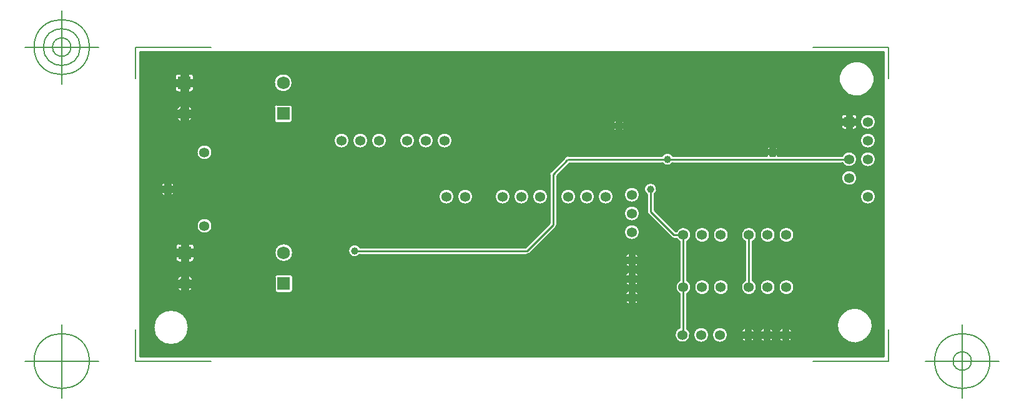
<source format=gbr>
G04 Generated by Ultiboard 14.0 *
%FSLAX34Y34*%
%MOMM*%

%ADD10C,0.0001*%
%ADD11C,0.2540*%
%ADD12C,0.1270*%
%ADD13C,1.0000*%
%ADD14C,1.3556*%
%ADD15R,1.3556X1.3556*%
%ADD16R,1.7526X1.7526*%
%ADD17C,1.7526*%


G04 ColorRGB 0000FF for the following layer *
%LNCopper Bottom*%
%LPD*%
G54D10*
G36*
X1012175Y1019799D02*
X1012175Y1019799D01*
X1012175Y605808D01*
X3828Y605808D01*
X3828Y1019799D01*
X1012175Y1019799D01*
D02*
G37*
%LPC*%
G36*
X954594Y931338D02*
X954594Y931338D01*
X954594Y928321D01*
X961439Y928321D01*
X961439Y935166D01*
X958422Y935166D01*
G75*
D01*
G03X954594Y931338I0J-3828*
G01*
D02*
G37*
G36*
X954594Y917782D02*
G75*
D01*
G03X958422Y913954I3828J0*
G01*
X958422Y913954D01*
X961439Y913954D01*
X961439Y920799D01*
X954594Y920799D01*
X954594Y917782D01*
D02*
G37*
G36*
X956172Y893629D02*
G75*
D01*
G03X956172Y893629I9028J5531*
G01*
D02*
G37*
G36*
X731134Y775995D02*
X731134Y775995D01*
X729824Y775995D01*
X716172Y789647D01*
X701065Y804754D01*
X701065Y825940D01*
G75*
D01*
G03X690855Y825940I-5105J7179*
G01*
X690855Y825940D01*
X690855Y802653D01*
G75*
D01*
G03X692351Y799031I5105J-11*
G01*
X692351Y799031D01*
X716172Y775209D01*
X724101Y767281D01*
G74*
D01*
G03X727603Y765787I3609J3608*
G01*
G75*
D01*
G03X727710Y765785I149J5102*
G01*
X727710Y765785D01*
X731134Y765785D01*
G74*
D01*
G03X735305Y761614I9275J5104*
G01*
X735305Y761614D01*
X735305Y709046D01*
G75*
D01*
G03X735305Y690494I5103J-9276*
G01*
X735305Y690494D01*
X735305Y644869D01*
G75*
D01*
G03X745515Y643454I3835J-9868*
G01*
X745515Y643454D01*
X745515Y690494D01*
G75*
D01*
G03X745515Y709046I-5103J9276*
G01*
X745515Y709046D01*
X745515Y761614D01*
G75*
D01*
G03X731134Y775995I-5107J9274*
G01*
D02*
G37*
G36*
X568985Y784860D02*
X568985Y784860D01*
X568985Y851326D01*
X586314Y868655D01*
X711640Y868655D01*
G75*
D01*
G03X726000Y868655I7180J5104*
G01*
X726000Y868655D01*
X955924Y868655D01*
G75*
D01*
G03X955924Y878865I9275J5105*
G01*
X955924Y878865D01*
X868275Y878865D01*
G74*
D01*
G03X869297Y880796I7215J5054*
G01*
X869297Y880796D01*
X864184Y880796D01*
X864184Y878865D01*
X857936Y878865D01*
X857936Y880796D01*
X852823Y880796D01*
G74*
D01*
G03X853845Y878865I8237J3123*
G01*
X853845Y878865D01*
X726000Y878865D01*
G75*
D01*
G03X711640Y878865I-7180J-5104*
G01*
X711640Y878865D01*
X584200Y878865D01*
G75*
D01*
G03X580012Y876678I1J-5105*
G01*
G74*
D01*
G03X579321Y876099I2920J4186*
G01*
X579321Y876099D01*
X560271Y857049D01*
G75*
D01*
G03X558775Y853432I3607J-3610*
G01*
X558775Y853432D01*
X558775Y786974D01*
X526206Y754405D01*
X301820Y754405D01*
G75*
D01*
G03X301820Y744195I-7179J-5105*
G01*
X301820Y744195D01*
X528320Y744195D01*
G74*
D01*
G03X531935Y745697I2J5105*
G01*
X531935Y745697D01*
X567483Y781245D01*
G75*
D01*
G03X568985Y784860I-3601J3616*
G01*
D02*
G37*
G36*
X962390Y838152D02*
G75*
D01*
G03X962390Y838152I2810J10208*
G01*
D02*
G37*
G36*
X993410Y838152D02*
G75*
D01*
G03X993410Y838152I-2810J10208*
G01*
D02*
G37*
G36*
X956172Y968883D02*
G75*
D01*
G03X956172Y968883I19188J14097*
G01*
D02*
G37*
G36*
X956172Y630678D02*
G75*
D01*
G03X956172Y630678I16648J17022*
G01*
D02*
G37*
G36*
X956172Y817429D02*
G75*
D01*
G03X956172Y817429I9028J5531*
G01*
D02*
G37*
G36*
X50940Y836875D02*
G74*
D01*
G03X44795Y843020I9900J3755*
G01*
X44795Y843020D01*
X44795Y836875D01*
X50940Y836875D01*
D02*
G37*
G36*
X31140Y836875D02*
X31140Y836875D01*
X37285Y836875D01*
X37285Y843020D01*
G74*
D01*
G03X31140Y836875I3755J9900*
G01*
D02*
G37*
G36*
X484712Y822960D02*
G75*
D01*
G03X484712Y822960I10588J0*
G01*
D02*
G37*
G36*
X510112Y822960D02*
G75*
D01*
G03X510112Y822960I10588J0*
G01*
D02*
G37*
G36*
X535512Y822960D02*
G75*
D01*
G03X535512Y822960I10588J0*
G01*
D02*
G37*
G36*
X980012Y873760D02*
G75*
D01*
G03X980012Y873760I10588J0*
G01*
D02*
G37*
G36*
X980012Y899160D02*
G75*
D01*
G03X980012Y899160I10588J0*
G01*
D02*
G37*
G36*
X971978Y913954D02*
G75*
D01*
G03X975806Y917782I0J3828*
G01*
X975806Y917782D01*
X975806Y920799D01*
X968961Y920799D01*
X968961Y913954D01*
X971978Y913954D01*
D02*
G37*
G36*
X960200Y924560D02*
G75*
D01*
G03X960200Y924560I5000J0*
G01*
D02*
G37*
G36*
X980012Y924560D02*
G75*
D01*
G03X980012Y924560I10588J0*
G01*
D02*
G37*
G36*
X971978Y935166D02*
X971978Y935166D01*
X968961Y935166D01*
X968961Y928321D01*
X975806Y928321D01*
X975806Y931338D01*
G74*
D01*
G03X971978Y935166I3828J0*
G01*
D02*
G37*
G36*
X980012Y822960D02*
G75*
D01*
G03X980012Y822960I10588J0*
G01*
D02*
G37*
G36*
X858060Y883920D02*
G75*
D01*
G03X858060Y883920I3000J0*
G01*
D02*
G37*
G36*
X852823Y887044D02*
X852823Y887044D01*
X857936Y887044D01*
X857936Y892157D01*
G74*
D01*
G03X852823Y887044I3124J8237*
G01*
D02*
G37*
G36*
X864184Y892157D02*
X864184Y892157D01*
X864184Y887044D01*
X869297Y887044D01*
G74*
D01*
G03X864184Y892157I8237J3124*
G01*
D02*
G37*
G36*
X80452Y883120D02*
G75*
D01*
G03X80452Y883120I10588J0*
G01*
D02*
G37*
G36*
X69136Y940139D02*
X69136Y940139D01*
X75515Y940139D01*
G74*
D01*
G03X68217Y947436I11756J4459*
G01*
X68217Y947436D01*
X68217Y941057D01*
G75*
D01*
G03X59300Y941057I-4458J-5376*
G01*
X59300Y941057D01*
X59300Y947436D01*
G74*
D01*
G03X52003Y940139I4459J11756*
G01*
X52003Y940139D01*
X58382Y940139D01*
G75*
D01*
G03X58382Y931222I5377J-4458*
G01*
X58382Y931222D01*
X52003Y931222D01*
G74*
D01*
G03X59300Y923924I11755J4457*
G01*
X59300Y923924D01*
X59300Y930303D01*
G75*
D01*
G03X68217Y930303I4459J5377*
G01*
X68217Y930303D01*
X68217Y923924D01*
G74*
D01*
G03X75515Y931222I4457J11755*
G01*
X75515Y931222D01*
X69136Y931222D01*
G75*
D01*
G03X69136Y940139I-5376J4459*
G01*
D02*
G37*
G36*
X206522Y948271D02*
X206522Y948271D01*
X188996Y948271D01*
G75*
D01*
G03X185167Y944443I-1J-3828*
G01*
X185167Y944443D01*
X185167Y926917D01*
G75*
D01*
G03X188996Y923089I3829J1*
G01*
X188996Y923089D01*
X206522Y923089D01*
G75*
D01*
G03X210350Y926917I0J3828*
G01*
X210350Y926917D01*
X210350Y944443D01*
G74*
D01*
G03X206522Y948271I3828J0*
G01*
D02*
G37*
G36*
X68224Y972328D02*
X68224Y972328D01*
X68224Y965109D01*
X72522Y965109D01*
G75*
D01*
G03X76350Y968937I0J3828*
G01*
X76350Y968937D01*
X76350Y973235D01*
X69130Y973235D01*
G75*
D01*
G03X69130Y982165I-5370J4465*
G01*
X69130Y982165D01*
X76350Y982165D01*
X76350Y986463D01*
G74*
D01*
G03X72522Y990291I3828J0*
G01*
X72522Y990291D01*
X68224Y990291D01*
X68224Y983072D01*
G75*
D01*
G03X59294Y983072I-4465J-5372*
G01*
X59294Y983072D01*
X59294Y990291D01*
X54996Y990291D01*
G75*
D01*
G03X51167Y986463I-1J-3828*
G01*
X51167Y986463D01*
X51167Y982165D01*
X58387Y982165D01*
G75*
D01*
G03X58387Y973235I5372J-4465*
G01*
X58387Y973235D01*
X51167Y973235D01*
X51167Y968937D01*
G75*
D01*
G03X54996Y965109I3829J1*
G01*
X54996Y965109D01*
X59294Y965109D01*
X59294Y972328D01*
G75*
D01*
G03X68224Y972328I4465J5372*
G01*
D02*
G37*
G36*
X185186Y977700D02*
G75*
D01*
G03X185186Y977700I12573J0*
G01*
D02*
G37*
G36*
X266272Y899160D02*
G75*
D01*
G03X266272Y899160I10588J0*
G01*
D02*
G37*
G36*
X291672Y899160D02*
G75*
D01*
G03X291672Y899160I10588J0*
G01*
D02*
G37*
G36*
X317072Y899160D02*
G75*
D01*
G03X317072Y899160I10588J0*
G01*
D02*
G37*
G36*
X355172Y899160D02*
G75*
D01*
G03X355172Y899160I10588J0*
G01*
D02*
G37*
G36*
X380572Y899160D02*
G75*
D01*
G03X380572Y899160I10588J0*
G01*
D02*
G37*
G36*
X405972Y899160D02*
G75*
D01*
G03X405972Y899160I10588J0*
G01*
D02*
G37*
G36*
X661017Y916356D02*
X661017Y916356D01*
X655904Y916356D01*
X655904Y911243D01*
G74*
D01*
G03X661017Y916356I3124J8237*
G01*
D02*
G37*
G36*
X649780Y919480D02*
G75*
D01*
G03X649780Y919480I3000J0*
G01*
D02*
G37*
G36*
X649656Y911243D02*
X649656Y911243D01*
X649656Y916356D01*
X644543Y916356D01*
G74*
D01*
G03X649656Y911243I8237J3124*
G01*
D02*
G37*
G36*
X655904Y927717D02*
X655904Y927717D01*
X655904Y922604D01*
X661017Y922604D01*
G74*
D01*
G03X655904Y927717I8237J3124*
G01*
D02*
G37*
G36*
X644543Y922604D02*
X644543Y922604D01*
X649656Y922604D01*
X649656Y927717D01*
G74*
D01*
G03X644543Y922604I3124J8237*
G01*
D02*
G37*
G36*
X50940Y829365D02*
X50940Y829365D01*
X44795Y829365D01*
X44795Y823220D01*
G74*
D01*
G03X50940Y829365I3755J9900*
G01*
D02*
G37*
G36*
X21910Y645160D02*
G75*
D01*
G03X21910Y645160I23810J0*
G01*
D02*
G37*
G36*
X69925Y709157D02*
X69925Y709157D01*
X76304Y709157D01*
G74*
D01*
G03X69006Y716455I11755J4457*
G01*
X69006Y716455D01*
X69006Y710076D01*
G75*
D01*
G03X60089Y710076I-4458J-5376*
G01*
X60089Y710076D01*
X60089Y716455D01*
G74*
D01*
G03X52792Y709157I4459J11756*
G01*
X52792Y709157D01*
X59171Y709157D01*
G75*
D01*
G03X59171Y700240I5376J-4458*
G01*
X59171Y700240D01*
X52792Y700240D01*
G74*
D01*
G03X60089Y692943I11756J4459*
G01*
X60089Y692943D01*
X60089Y699322D01*
G75*
D01*
G03X69006Y699322I4459J5377*
G01*
X69006Y699322D01*
X69006Y692943D01*
G74*
D01*
G03X76304Y700240I4457J11755*
G01*
X76304Y700240D01*
X69925Y700240D01*
G75*
D01*
G03X69925Y709157I-5377J4459*
G01*
D02*
G37*
G36*
X207311Y717290D02*
X207311Y717290D01*
X189785Y717290D01*
G75*
D01*
G03X185956Y713462I-1J-3828*
G01*
X185956Y713462D01*
X185956Y695936D01*
G75*
D01*
G03X189785Y692108I3829J1*
G01*
X189785Y692108D01*
X207311Y692108D01*
G75*
D01*
G03X211139Y695936I0J3828*
G01*
X211139Y695936D01*
X211139Y713462D01*
G74*
D01*
G03X207311Y717290I3828J0*
G01*
D02*
G37*
G36*
X69013Y741347D02*
X69013Y741347D01*
X69013Y734128D01*
X73311Y734128D01*
G75*
D01*
G03X77139Y737956I0J3828*
G01*
X77139Y737956D01*
X77139Y742254D01*
X69919Y742254D01*
G75*
D01*
G03X69919Y751184I-5370J4465*
G01*
X69919Y751184D01*
X77139Y751184D01*
X77139Y755482D01*
G74*
D01*
G03X73311Y759310I3828J0*
G01*
X73311Y759310D01*
X69013Y759310D01*
X69013Y752091D01*
G75*
D01*
G03X60083Y752091I-4465J-5372*
G01*
X60083Y752091D01*
X60083Y759310D01*
X55785Y759310D01*
G75*
D01*
G03X51956Y755482I-1J-3828*
G01*
X51956Y755482D01*
X51956Y751184D01*
X59176Y751184D01*
G75*
D01*
G03X59176Y742254I5372J-4465*
G01*
X59176Y742254D01*
X51956Y742254D01*
X51956Y737956D01*
G75*
D01*
G03X55785Y734128I3829J1*
G01*
X55785Y734128D01*
X60083Y734128D01*
X60083Y741347D01*
G75*
D01*
G03X69013Y741347I4465J5372*
G01*
D02*
G37*
G36*
X185975Y746719D02*
G75*
D01*
G03X185975Y746719I12573J0*
G01*
D02*
G37*
G36*
X80452Y783120D02*
G75*
D01*
G03X80452Y783120I10588J0*
G01*
D02*
G37*
G36*
X36040Y833120D02*
G75*
D01*
G03X36040Y833120I5000J0*
G01*
D02*
G37*
G36*
X37285Y823220D02*
X37285Y823220D01*
X37285Y829365D01*
X31140Y829365D01*
G74*
D01*
G03X37285Y823220I9900J3755*
G01*
D02*
G37*
G36*
X753952Y635000D02*
G75*
D01*
G03X753952Y635000I10588J0*
G01*
D02*
G37*
G36*
X779352Y635000D02*
G75*
D01*
G03X779352Y635000I10588J0*
G01*
D02*
G37*
G36*
X818140Y638755D02*
X818140Y638755D01*
X824285Y638755D01*
X824285Y644900D01*
G74*
D01*
G03X818140Y638755I3755J9900*
G01*
D02*
G37*
G36*
X824285Y625100D02*
X824285Y625100D01*
X824285Y631245D01*
X818140Y631245D01*
G74*
D01*
G03X824285Y625100I9900J3755*
G01*
D02*
G37*
G36*
X831795Y644900D02*
X831795Y644900D01*
X831795Y638755D01*
X837940Y638755D01*
G74*
D01*
G03X831795Y644900I9900J3755*
G01*
D02*
G37*
G36*
X823040Y635000D02*
G75*
D01*
G03X823040Y635000I5000J0*
G01*
D02*
G37*
G36*
X837940Y631245D02*
X837940Y631245D01*
X831795Y631245D01*
X831795Y625100D01*
G74*
D01*
G03X837940Y631245I3755J9900*
G01*
D02*
G37*
G36*
X843540Y638755D02*
X843540Y638755D01*
X849685Y638755D01*
X849685Y644900D01*
G74*
D01*
G03X843540Y638755I3755J9900*
G01*
D02*
G37*
G36*
X857195Y644900D02*
X857195Y644900D01*
X857195Y638755D01*
X863340Y638755D01*
G74*
D01*
G03X857195Y644900I9900J3755*
G01*
D02*
G37*
G36*
X863340Y631245D02*
X863340Y631245D01*
X857195Y631245D01*
X857195Y625100D01*
G74*
D01*
G03X863340Y631245I3755J9900*
G01*
D02*
G37*
G36*
X848440Y635000D02*
G75*
D01*
G03X848440Y635000I5000J0*
G01*
D02*
G37*
G36*
X849685Y625100D02*
X849685Y625100D01*
X849685Y631245D01*
X843540Y631245D01*
G74*
D01*
G03X849685Y625100I9900J3755*
G01*
D02*
G37*
G36*
X868940Y638755D02*
X868940Y638755D01*
X875085Y638755D01*
X875085Y644900D01*
G74*
D01*
G03X868940Y638755I3755J9900*
G01*
D02*
G37*
G36*
X873840Y635000D02*
G75*
D01*
G03X873840Y635000I5000J0*
G01*
D02*
G37*
G36*
X875085Y625100D02*
X875085Y625100D01*
X875085Y631245D01*
X868940Y631245D01*
G74*
D01*
G03X875085Y625100I9900J3755*
G01*
D02*
G37*
G36*
X882595Y644900D02*
X882595Y644900D01*
X882595Y638755D01*
X888740Y638755D01*
G74*
D01*
G03X882595Y644900I9900J3755*
G01*
D02*
G37*
G36*
X888740Y631245D02*
X888740Y631245D01*
X882595Y631245D01*
X882595Y625100D01*
G74*
D01*
G03X888740Y631245I3755J9900*
G01*
D02*
G37*
G36*
X755222Y699770D02*
G75*
D01*
G03X755222Y699770I10588J0*
G01*
D02*
G37*
G36*
X780622Y699770D02*
G75*
D01*
G03X780622Y699770I10588J0*
G01*
D02*
G37*
G36*
X824205Y761614D02*
X824205Y761614D01*
X824205Y709046D01*
G75*
D01*
G03X834415Y709046I5105J-9275*
G01*
X834415Y709046D01*
X834415Y761614D01*
G75*
D01*
G03X824205Y761614I-5105J9275*
G01*
D02*
G37*
G36*
X844122Y699770D02*
G75*
D01*
G03X844122Y699770I10588J0*
G01*
D02*
G37*
G36*
X869522Y699770D02*
G75*
D01*
G03X869522Y699770I10588J0*
G01*
D02*
G37*
G36*
X755222Y770890D02*
G75*
D01*
G03X755222Y770890I10588J0*
G01*
D02*
G37*
G36*
X780622Y770890D02*
G75*
D01*
G03X780622Y770890I10588J0*
G01*
D02*
G37*
G36*
X844122Y770890D02*
G75*
D01*
G03X844122Y770890I10588J0*
G01*
D02*
G37*
G36*
X869522Y770890D02*
G75*
D01*
G03X869522Y770890I10588J0*
G01*
D02*
G37*
G36*
X680460Y682045D02*
X680460Y682045D01*
X674315Y682045D01*
X674315Y675900D01*
G74*
D01*
G03X680460Y682045I3755J9900*
G01*
D02*
G37*
G36*
X666805Y675900D02*
X666805Y675900D01*
X666805Y682045D01*
X660660Y682045D01*
G74*
D01*
G03X666805Y675900I9900J3755*
G01*
D02*
G37*
G36*
X674315Y695700D02*
X674315Y695700D01*
X674315Y689555D01*
X680460Y689555D01*
G74*
D01*
G03X674315Y695700I9900J3755*
G01*
D02*
G37*
G36*
X660660Y689555D02*
X660660Y689555D01*
X666805Y689555D01*
X666805Y695700D01*
G74*
D01*
G03X660660Y689555I3755J9900*
G01*
D02*
G37*
G36*
X665560Y685800D02*
G75*
D01*
G03X665560Y685800I5000J0*
G01*
D02*
G37*
G36*
X660660Y714955D02*
X660660Y714955D01*
X666805Y714955D01*
X666805Y721100D01*
G74*
D01*
G03X660660Y714955I3755J9900*
G01*
D02*
G37*
G36*
X674315Y721100D02*
X674315Y721100D01*
X674315Y714955D01*
X680460Y714955D01*
G74*
D01*
G03X674315Y721100I9900J3755*
G01*
D02*
G37*
G36*
X680460Y707445D02*
X680460Y707445D01*
X674315Y707445D01*
X674315Y701300D01*
G74*
D01*
G03X680460Y707445I3755J9900*
G01*
D02*
G37*
G36*
X666805Y701300D02*
X666805Y701300D01*
X666805Y707445D01*
X660660Y707445D01*
G74*
D01*
G03X666805Y701300I9900J3755*
G01*
D02*
G37*
G36*
X665560Y711200D02*
G75*
D01*
G03X665560Y711200I5000J0*
G01*
D02*
G37*
G36*
X680460Y732845D02*
X680460Y732845D01*
X674315Y732845D01*
X674315Y726700D01*
G74*
D01*
G03X680460Y732845I3755J9900*
G01*
D02*
G37*
G36*
X665560Y736600D02*
G75*
D01*
G03X665560Y736600I5000J0*
G01*
D02*
G37*
G36*
X666805Y726700D02*
X666805Y726700D01*
X666805Y732845D01*
X660660Y732845D01*
G74*
D01*
G03X666805Y726700I9900J3755*
G01*
D02*
G37*
G36*
X674315Y746500D02*
X674315Y746500D01*
X674315Y740355D01*
X680460Y740355D01*
G74*
D01*
G03X674315Y746500I9900J3755*
G01*
D02*
G37*
G36*
X660660Y740355D02*
X660660Y740355D01*
X666805Y740355D01*
X666805Y746500D01*
G74*
D01*
G03X660660Y740355I3755J9900*
G01*
D02*
G37*
G36*
X659972Y774700D02*
G75*
D01*
G03X659972Y774700I10588J0*
G01*
D02*
G37*
G36*
X659972Y800100D02*
G75*
D01*
G03X659972Y800100I10588J0*
G01*
D02*
G37*
G36*
X573612Y822960D02*
G75*
D01*
G03X573612Y822960I10588J0*
G01*
D02*
G37*
G36*
X599012Y822960D02*
G75*
D01*
G03X599012Y822960I10588J0*
G01*
D02*
G37*
G36*
X624412Y822960D02*
G75*
D01*
G03X624412Y822960I10588J0*
G01*
D02*
G37*
G36*
X659972Y825500D02*
G75*
D01*
G03X659972Y825500I10588J0*
G01*
D02*
G37*
G36*
X433912Y822960D02*
G75*
D01*
G03X433912Y822960I10588J0*
G01*
D02*
G37*
G36*
X408512Y822960D02*
G75*
D01*
G03X408512Y822960I10588J0*
G01*
D02*
G37*
%LPD*%
G54D11*
X954594Y931338D02*
X954594Y928321D01*
X961439Y928321D01*
X961439Y935166D01*
X958422Y935166D01*
G75*
D01*
G03X954594Y931338I0J-3828*
G01*
X954594Y917782D02*
G75*
D01*
G03X958422Y913954I3828J0*
G01*
X961439Y913954D01*
X961439Y920799D01*
X954594Y920799D01*
X954594Y917782D01*
X956172Y893629D02*
G75*
D01*
G03X956172Y893629I9028J5531*
G01*
X731134Y775995D02*
X729824Y775995D01*
X716172Y789647D01*
X701065Y804754D01*
X701065Y825940D01*
G75*
D01*
G03X690855Y825940I-5105J7179*
G01*
X690855Y802653D01*
G75*
D01*
G03X692351Y799031I5105J-11*
G01*
X716172Y775209D01*
X724101Y767281D01*
G74*
D01*
G03X727603Y765787I3609J3608*
G01*
G75*
D01*
G03X727710Y765785I149J5102*
G01*
X731134Y765785D01*
G74*
D01*
G03X735305Y761614I9275J5104*
G01*
X735305Y709046D01*
G75*
D01*
G03X735305Y690494I5103J-9276*
G01*
X735305Y644869D01*
G75*
D01*
G03X745515Y643454I3835J-9868*
G01*
X745515Y690494D01*
G75*
D01*
G03X745515Y709046I-5103J9276*
G01*
X745515Y761614D01*
G75*
D01*
G03X731134Y775995I-5107J9274*
G01*
X568985Y784860D02*
X568985Y851326D01*
X586314Y868655D01*
X711640Y868655D01*
G75*
D01*
G03X726000Y868655I7180J5104*
G01*
X955924Y868655D01*
G75*
D01*
G03X955924Y878865I9275J5105*
G01*
X868275Y878865D01*
G74*
D01*
G03X869297Y880796I7215J5054*
G01*
X864184Y880796D01*
X864184Y878865D01*
X857936Y878865D01*
X857936Y880796D01*
X852823Y880796D01*
G74*
D01*
G03X853845Y878865I8237J3123*
G01*
X726000Y878865D01*
G75*
D01*
G03X711640Y878865I-7180J-5104*
G01*
X584200Y878865D01*
G75*
D01*
G03X580012Y876678I1J-5105*
G01*
G74*
D01*
G03X579321Y876099I2920J4186*
G01*
X560271Y857049D01*
G75*
D01*
G03X558775Y853432I3607J-3610*
G01*
X558775Y786974D01*
X526206Y754405D01*
X301820Y754405D01*
G75*
D01*
G03X301820Y744195I-7179J-5105*
G01*
X528320Y744195D01*
G74*
D01*
G03X531935Y745697I2J5105*
G01*
X567483Y781245D01*
G75*
D01*
G03X568985Y784860I-3601J3616*
G01*
X962390Y838152D02*
G75*
D01*
G03X962390Y838152I2810J10208*
G01*
X993410Y838152D02*
G75*
D01*
G03X993410Y838152I-2810J10208*
G01*
X956172Y968883D02*
G75*
D01*
G03X956172Y968883I19188J14097*
G01*
X956172Y630678D02*
G75*
D01*
G03X956172Y630678I16648J17022*
G01*
X956172Y817429D02*
G75*
D01*
G03X956172Y817429I9028J5531*
G01*
X50940Y836875D02*
G74*
D01*
G03X44795Y843020I9900J3755*
G01*
X44795Y836875D01*
X50940Y836875D01*
X31140Y836875D02*
X37285Y836875D01*
X37285Y843020D01*
G74*
D01*
G03X31140Y836875I3755J9900*
G01*
X484712Y822960D02*
G75*
D01*
G03X484712Y822960I10588J0*
G01*
X510112Y822960D02*
G75*
D01*
G03X510112Y822960I10588J0*
G01*
X535512Y822960D02*
G75*
D01*
G03X535512Y822960I10588J0*
G01*
X980012Y873760D02*
G75*
D01*
G03X980012Y873760I10588J0*
G01*
X980012Y899160D02*
G75*
D01*
G03X980012Y899160I10588J0*
G01*
X971978Y913954D02*
G75*
D01*
G03X975806Y917782I0J3828*
G01*
X975806Y920799D01*
X968961Y920799D01*
X968961Y913954D01*
X971978Y913954D01*
X960200Y924560D02*
G75*
D01*
G03X960200Y924560I5000J0*
G01*
X980012Y924560D02*
G75*
D01*
G03X980012Y924560I10588J0*
G01*
X971978Y935166D02*
X968961Y935166D01*
X968961Y928321D01*
X975806Y928321D01*
X975806Y931338D01*
G74*
D01*
G03X971978Y935166I3828J0*
G01*
X980012Y822960D02*
G75*
D01*
G03X980012Y822960I10588J0*
G01*
X858060Y883920D02*
G75*
D01*
G03X858060Y883920I3000J0*
G01*
X852823Y887044D02*
X857936Y887044D01*
X857936Y892157D01*
G74*
D01*
G03X852823Y887044I3124J8237*
G01*
X864184Y892157D02*
X864184Y887044D01*
X869297Y887044D01*
G74*
D01*
G03X864184Y892157I8237J3124*
G01*
X80452Y883120D02*
G75*
D01*
G03X80452Y883120I10588J0*
G01*
X69136Y940139D02*
X75515Y940139D01*
G74*
D01*
G03X68217Y947436I11756J4459*
G01*
X68217Y941057D01*
G75*
D01*
G03X59300Y941057I-4458J-5376*
G01*
X59300Y947436D01*
G74*
D01*
G03X52003Y940139I4459J11756*
G01*
X58382Y940139D01*
G75*
D01*
G03X58382Y931222I5377J-4458*
G01*
X52003Y931222D01*
G74*
D01*
G03X59300Y923924I11755J4457*
G01*
X59300Y930303D01*
G75*
D01*
G03X68217Y930303I4459J5377*
G01*
X68217Y923924D01*
G74*
D01*
G03X75515Y931222I4457J11755*
G01*
X69136Y931222D01*
G75*
D01*
G03X69136Y940139I-5376J4459*
G01*
X206522Y948271D02*
X188996Y948271D01*
G75*
D01*
G03X185167Y944443I-1J-3828*
G01*
X185167Y926917D01*
G75*
D01*
G03X188996Y923089I3829J1*
G01*
X206522Y923089D01*
G75*
D01*
G03X210350Y926917I0J3828*
G01*
X210350Y944443D01*
G74*
D01*
G03X206522Y948271I3828J0*
G01*
X68224Y972328D02*
X68224Y965109D01*
X72522Y965109D01*
G75*
D01*
G03X76350Y968937I0J3828*
G01*
X76350Y973235D01*
X69130Y973235D01*
G75*
D01*
G03X69130Y982165I-5370J4465*
G01*
X76350Y982165D01*
X76350Y986463D01*
G74*
D01*
G03X72522Y990291I3828J0*
G01*
X68224Y990291D01*
X68224Y983072D01*
G75*
D01*
G03X59294Y983072I-4465J-5372*
G01*
X59294Y990291D01*
X54996Y990291D01*
G75*
D01*
G03X51167Y986463I-1J-3828*
G01*
X51167Y982165D01*
X58387Y982165D01*
G75*
D01*
G03X58387Y973235I5372J-4465*
G01*
X51167Y973235D01*
X51167Y968937D01*
G75*
D01*
G03X54996Y965109I3829J1*
G01*
X59294Y965109D01*
X59294Y972328D01*
G75*
D01*
G03X68224Y972328I4465J5372*
G01*
X185186Y977700D02*
G75*
D01*
G03X185186Y977700I12573J0*
G01*
X266272Y899160D02*
G75*
D01*
G03X266272Y899160I10588J0*
G01*
X291672Y899160D02*
G75*
D01*
G03X291672Y899160I10588J0*
G01*
X317072Y899160D02*
G75*
D01*
G03X317072Y899160I10588J0*
G01*
X355172Y899160D02*
G75*
D01*
G03X355172Y899160I10588J0*
G01*
X380572Y899160D02*
G75*
D01*
G03X380572Y899160I10588J0*
G01*
X405972Y899160D02*
G75*
D01*
G03X405972Y899160I10588J0*
G01*
X661017Y916356D02*
X655904Y916356D01*
X655904Y911243D01*
G74*
D01*
G03X661017Y916356I3124J8237*
G01*
X649780Y919480D02*
G75*
D01*
G03X649780Y919480I3000J0*
G01*
X649656Y911243D02*
X649656Y916356D01*
X644543Y916356D01*
G74*
D01*
G03X649656Y911243I8237J3124*
G01*
X655904Y927717D02*
X655904Y922604D01*
X661017Y922604D01*
G74*
D01*
G03X655904Y927717I8237J3124*
G01*
X644543Y922604D02*
X649656Y922604D01*
X649656Y927717D01*
G74*
D01*
G03X644543Y922604I3124J8237*
G01*
X50940Y829365D02*
X44795Y829365D01*
X44795Y823220D01*
G74*
D01*
G03X50940Y829365I3755J9900*
G01*
X21910Y645160D02*
G75*
D01*
G03X21910Y645160I23810J0*
G01*
X69925Y709157D02*
X76304Y709157D01*
G74*
D01*
G03X69006Y716455I11755J4457*
G01*
X69006Y710076D01*
G75*
D01*
G03X60089Y710076I-4458J-5376*
G01*
X60089Y716455D01*
G74*
D01*
G03X52792Y709157I4459J11756*
G01*
X59171Y709157D01*
G75*
D01*
G03X59171Y700240I5376J-4458*
G01*
X52792Y700240D01*
G74*
D01*
G03X60089Y692943I11756J4459*
G01*
X60089Y699322D01*
G75*
D01*
G03X69006Y699322I4459J5377*
G01*
X69006Y692943D01*
G74*
D01*
G03X76304Y700240I4457J11755*
G01*
X69925Y700240D01*
G75*
D01*
G03X69925Y709157I-5377J4459*
G01*
X207311Y717290D02*
X189785Y717290D01*
G75*
D01*
G03X185956Y713462I-1J-3828*
G01*
X185956Y695936D01*
G75*
D01*
G03X189785Y692108I3829J1*
G01*
X207311Y692108D01*
G75*
D01*
G03X211139Y695936I0J3828*
G01*
X211139Y713462D01*
G74*
D01*
G03X207311Y717290I3828J0*
G01*
X69013Y741347D02*
X69013Y734128D01*
X73311Y734128D01*
G75*
D01*
G03X77139Y737956I0J3828*
G01*
X77139Y742254D01*
X69919Y742254D01*
G75*
D01*
G03X69919Y751184I-5370J4465*
G01*
X77139Y751184D01*
X77139Y755482D01*
G74*
D01*
G03X73311Y759310I3828J0*
G01*
X69013Y759310D01*
X69013Y752091D01*
G75*
D01*
G03X60083Y752091I-4465J-5372*
G01*
X60083Y759310D01*
X55785Y759310D01*
G75*
D01*
G03X51956Y755482I-1J-3828*
G01*
X51956Y751184D01*
X59176Y751184D01*
G75*
D01*
G03X59176Y742254I5372J-4465*
G01*
X51956Y742254D01*
X51956Y737956D01*
G75*
D01*
G03X55785Y734128I3829J1*
G01*
X60083Y734128D01*
X60083Y741347D01*
G75*
D01*
G03X69013Y741347I4465J5372*
G01*
X185975Y746719D02*
G75*
D01*
G03X185975Y746719I12573J0*
G01*
X80452Y783120D02*
G75*
D01*
G03X80452Y783120I10588J0*
G01*
X36040Y833120D02*
G75*
D01*
G03X36040Y833120I5000J0*
G01*
X37285Y823220D02*
X37285Y829365D01*
X31140Y829365D01*
G74*
D01*
G03X37285Y823220I9900J3755*
G01*
X753952Y635000D02*
G75*
D01*
G03X753952Y635000I10588J0*
G01*
X779352Y635000D02*
G75*
D01*
G03X779352Y635000I10588J0*
G01*
X818140Y638755D02*
X824285Y638755D01*
X824285Y644900D01*
G74*
D01*
G03X818140Y638755I3755J9900*
G01*
X824285Y625100D02*
X824285Y631245D01*
X818140Y631245D01*
G74*
D01*
G03X824285Y625100I9900J3755*
G01*
X831795Y644900D02*
X831795Y638755D01*
X837940Y638755D01*
G74*
D01*
G03X831795Y644900I9900J3755*
G01*
X823040Y635000D02*
G75*
D01*
G03X823040Y635000I5000J0*
G01*
X837940Y631245D02*
X831795Y631245D01*
X831795Y625100D01*
G74*
D01*
G03X837940Y631245I3755J9900*
G01*
X843540Y638755D02*
X849685Y638755D01*
X849685Y644900D01*
G74*
D01*
G03X843540Y638755I3755J9900*
G01*
X857195Y644900D02*
X857195Y638755D01*
X863340Y638755D01*
G74*
D01*
G03X857195Y644900I9900J3755*
G01*
X863340Y631245D02*
X857195Y631245D01*
X857195Y625100D01*
G74*
D01*
G03X863340Y631245I3755J9900*
G01*
X848440Y635000D02*
G75*
D01*
G03X848440Y635000I5000J0*
G01*
X849685Y625100D02*
X849685Y631245D01*
X843540Y631245D01*
G74*
D01*
G03X849685Y625100I9900J3755*
G01*
X868940Y638755D02*
X875085Y638755D01*
X875085Y644900D01*
G74*
D01*
G03X868940Y638755I3755J9900*
G01*
X873840Y635000D02*
G75*
D01*
G03X873840Y635000I5000J0*
G01*
X875085Y625100D02*
X875085Y631245D01*
X868940Y631245D01*
G74*
D01*
G03X875085Y625100I9900J3755*
G01*
X882595Y644900D02*
X882595Y638755D01*
X888740Y638755D01*
G74*
D01*
G03X882595Y644900I9900J3755*
G01*
X888740Y631245D02*
X882595Y631245D01*
X882595Y625100D01*
G74*
D01*
G03X888740Y631245I3755J9900*
G01*
X755222Y699770D02*
G75*
D01*
G03X755222Y699770I10588J0*
G01*
X780622Y699770D02*
G75*
D01*
G03X780622Y699770I10588J0*
G01*
X824205Y761614D02*
X824205Y709046D01*
G75*
D01*
G03X834415Y709046I5105J-9275*
G01*
X834415Y761614D01*
G75*
D01*
G03X824205Y761614I-5105J9275*
G01*
X844122Y699770D02*
G75*
D01*
G03X844122Y699770I10588J0*
G01*
X869522Y699770D02*
G75*
D01*
G03X869522Y699770I10588J0*
G01*
X755222Y770890D02*
G75*
D01*
G03X755222Y770890I10588J0*
G01*
X780622Y770890D02*
G75*
D01*
G03X780622Y770890I10588J0*
G01*
X844122Y770890D02*
G75*
D01*
G03X844122Y770890I10588J0*
G01*
X869522Y770890D02*
G75*
D01*
G03X869522Y770890I10588J0*
G01*
X680460Y682045D02*
X674315Y682045D01*
X674315Y675900D01*
G74*
D01*
G03X680460Y682045I3755J9900*
G01*
X666805Y675900D02*
X666805Y682045D01*
X660660Y682045D01*
G74*
D01*
G03X666805Y675900I9900J3755*
G01*
X674315Y695700D02*
X674315Y689555D01*
X680460Y689555D01*
G74*
D01*
G03X674315Y695700I9900J3755*
G01*
X660660Y689555D02*
X666805Y689555D01*
X666805Y695700D01*
G74*
D01*
G03X660660Y689555I3755J9900*
G01*
X665560Y685800D02*
G75*
D01*
G03X665560Y685800I5000J0*
G01*
X660660Y714955D02*
X666805Y714955D01*
X666805Y721100D01*
G74*
D01*
G03X660660Y714955I3755J9900*
G01*
X674315Y721100D02*
X674315Y714955D01*
X680460Y714955D01*
G74*
D01*
G03X674315Y721100I9900J3755*
G01*
X680460Y707445D02*
X674315Y707445D01*
X674315Y701300D01*
G74*
D01*
G03X680460Y707445I3755J9900*
G01*
X666805Y701300D02*
X666805Y707445D01*
X660660Y707445D01*
G74*
D01*
G03X666805Y701300I9900J3755*
G01*
X665560Y711200D02*
G75*
D01*
G03X665560Y711200I5000J0*
G01*
X680460Y732845D02*
X674315Y732845D01*
X674315Y726700D01*
G74*
D01*
G03X680460Y732845I3755J9900*
G01*
X665560Y736600D02*
G75*
D01*
G03X665560Y736600I5000J0*
G01*
X666805Y726700D02*
X666805Y732845D01*
X660660Y732845D01*
G74*
D01*
G03X666805Y726700I9900J3755*
G01*
X674315Y746500D02*
X674315Y740355D01*
X680460Y740355D01*
G74*
D01*
G03X674315Y746500I9900J3755*
G01*
X660660Y740355D02*
X666805Y740355D01*
X666805Y746500D01*
G74*
D01*
G03X660660Y740355I3755J9900*
G01*
X659972Y774700D02*
G75*
D01*
G03X659972Y774700I10588J0*
G01*
X659972Y800100D02*
G75*
D01*
G03X659972Y800100I10588J0*
G01*
X573612Y822960D02*
G75*
D01*
G03X573612Y822960I10588J0*
G01*
X599012Y822960D02*
G75*
D01*
G03X599012Y822960I10588J0*
G01*
X624412Y822960D02*
G75*
D01*
G03X624412Y822960I10588J0*
G01*
X659972Y825500D02*
G75*
D01*
G03X659972Y825500I10588J0*
G01*
X433912Y822960D02*
G75*
D01*
G03X433912Y822960I10588J0*
G01*
X408512Y822960D02*
G75*
D01*
G03X408512Y822960I10588J0*
G01*
X1012175Y1019799D02*
X1012175Y605808D01*
X3828Y605808D01*
X3828Y1019799D01*
X1012175Y1019799D01*
X294640Y749300D02*
X528320Y749300D01*
X563880Y784860D01*
X563880Y853440D01*
X584200Y873760D02*
X965200Y873760D01*
X563880Y853440D02*
X582930Y872490D01*
X695960Y802640D02*
X695960Y830580D01*
X740410Y636270D02*
X739140Y635000D01*
X740410Y636270D02*
X740410Y770890D01*
X829310Y770890D02*
X829310Y699770D01*
X740410Y770890D02*
X727710Y770890D01*
X695960Y802640D01*
G54D12*
X-2540Y599440D02*
X-2540Y642113D01*
X-2540Y599440D02*
X99568Y599440D01*
X1018543Y599440D02*
X916435Y599440D01*
X1018543Y599440D02*
X1018543Y642113D01*
X1018543Y1026168D02*
X1018543Y983495D01*
X1018543Y1026168D02*
X916435Y1026168D01*
X-2540Y1026168D02*
X99568Y1026168D01*
X-2540Y1026168D02*
X-2540Y983495D01*
X-52540Y599440D02*
X-152540Y599440D01*
X-102540Y549440D02*
X-102540Y649440D01*
X-140040Y599440D02*
G75*
D01*
G02X-140040Y599440I37500J0*
G01*
X1068543Y599440D02*
X1168543Y599440D01*
X1118543Y549440D02*
X1118543Y649440D01*
X1081043Y599440D02*
G75*
D01*
G02X1081043Y599440I37500J0*
G01*
X1106043Y599440D02*
G75*
D01*
G02X1106043Y599440I12500J0*
G01*
X-52540Y1026168D02*
X-152540Y1026168D01*
X-102540Y976168D02*
X-102540Y1076168D01*
X-140040Y1026168D02*
G75*
D01*
G02X-140040Y1026168I37500J0*
G01*
X-127540Y1026168D02*
G75*
D01*
G02X-127540Y1026168I25000J0*
G01*
X-115040Y1026168D02*
G75*
D01*
G02X-115040Y1026168I12500J0*
G01*
G54D13*
X294640Y749300D03*
X718820Y873760D03*
X695960Y833120D03*
X861060Y883920D03*
X652780Y919480D03*
G54D14*
X965200Y899160D03*
X965200Y873760D03*
X965200Y848360D03*
X965200Y822960D03*
X990600Y924560D03*
X990600Y899160D03*
X990600Y873760D03*
X990600Y848360D03*
X990600Y822960D03*
X91040Y783120D03*
X91040Y883120D03*
X41040Y833120D03*
X739140Y635000D03*
X764540Y635000D03*
X789940Y635000D03*
X853440Y635000D03*
X878840Y635000D03*
X828040Y635000D03*
X740410Y699770D03*
X765810Y699770D03*
X791210Y699770D03*
X854710Y699770D03*
X880110Y699770D03*
X829310Y699770D03*
X740410Y770890D03*
X765810Y770890D03*
X791210Y770890D03*
X854710Y770890D03*
X880110Y770890D03*
X829310Y770890D03*
X495300Y822960D03*
X520700Y822960D03*
X546100Y822960D03*
X609600Y822960D03*
X635000Y822960D03*
X584200Y822960D03*
X670560Y825500D03*
X670560Y800100D03*
X670560Y774700D03*
X670560Y711200D03*
X670560Y685800D03*
X670560Y736600D03*
X276860Y899160D03*
X302260Y899160D03*
X327660Y899160D03*
X391160Y899160D03*
X416560Y899160D03*
X365760Y899160D03*
X419100Y822960D03*
X444500Y822960D03*
G54D15*
X965200Y924560D03*
G54D16*
X63759Y977700D03*
X197759Y935680D03*
X64548Y746719D03*
X198548Y704699D03*
G54D17*
X197759Y977700D03*
X63759Y935680D03*
X198548Y746719D03*
X64548Y704699D03*

M02*

</source>
